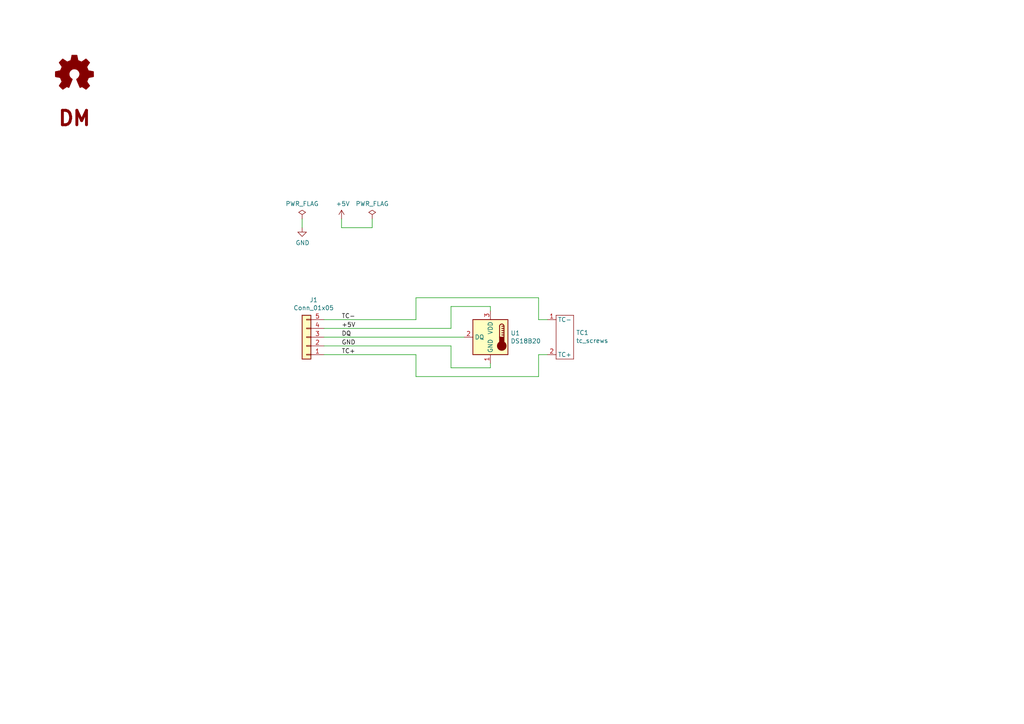
<source format=kicad_sch>
(kicad_sch (version 20231120) (generator "eeschema") (generator_version "8.0")
  (paper "A4")
  (lib_symbols
    (symbol "Connector_Generic:Conn_01x05" (pin_names hide)
      (property "Reference" "J" (at 0 7.62 0))
      (property "Value" "Conn_01x05" (at 0 -7.62 0))
      (symbol "Conn_01x05_1_1"
        (rectangle (start -1.27 -4.953) (end 0 -5.207) (stroke (width 0.1524)))
        (rectangle (start -1.27 -2.413) (end 0 -2.667) (stroke (width 0.1524)))
        (rectangle (start -1.27 0.127) (end 0 -0.127) (stroke (width 0.1524)))
        (rectangle (start -1.27 2.667) (end 0 2.413) (stroke (width 0.1524)))
        (rectangle (start -1.27 5.207) (end 0 4.953) (stroke (width 0.1524)))
        (rectangle (start -1.27 6.35) (end 1.27 -6.35) (stroke (width 0.254)) (fill (type background)))
        (pin passive line (at -5.08 5.08 0) (length 3.81) (name "Pin_1") (number "1"))
        (pin passive line (at -5.08 2.54 0) (length 3.81) (name "Pin_2") (number "2"))
        (pin passive line (at -5.08 0 0) (length 3.81) (name "Pin_3") (number "3"))
        (pin passive line (at -5.08 -2.54 0) (length 3.81) (name "Pin_4") (number "4"))
        (pin passive line (at -5.08 -5.08 0) (length 3.81) (name "Pin_5") (number "5"))
      )
    )
    (symbol "Graphic:Logo_Open_Hardware_Small"
      (symbol "Logo_Open_Hardware_Small_0_1"
        (polyline (pts (xy 3.3528 -4.3434) (xy 3.302 -4.318) (xy 3.175 -4.2418) (xy 2.9972 -4.1148) (xy 2.7686 -3.9624) (xy 2.54 -3.81) (xy 2.3622 -3.7084) (xy 2.2352 -3.6068) (xy 2.1844 -3.5814) (xy 2.159 -3.6068) (xy 2.0574 -3.6576) (xy 1.905 -3.7338) (xy 1.8034 -3.7846) (xy 1.6764 -3.8354) (xy 1.6002 -3.8354) (xy 1.6002 -3.8354) (xy 1.5494 -3.7338) (xy 1.4732 -3.5306) (xy 1.3462 -3.302) (xy 1.2446 -3.0226) (xy 1.1176 -2.7178) (xy 0.9652 -2.413) (xy 0.8636 -2.1082) (xy 0.7366 -1.8288) (xy 0.6604 -1.6256) (xy 0.6096 -1.4732) (xy 0.5842 -1.397) (xy 0.5842 -1.397) (xy 0.6604 -1.3208) (xy 0.7874 -1.2446) (xy 1.0414 -1.016) (xy 1.2954 -0.6858) (xy 1.4478 -0.3302) (xy 1.524 0.0762) (xy 1.4732 0.4572) (xy 1.3208 0.8128) (xy 1.0668 1.143) (xy 0.762 1.3716) (xy 0.4064 1.524) (xy 0 1.5748) (xy -0.381 1.5494) (xy -0.7366 1.397) (xy -1.0668 1.143) (xy -1.2192 0.9906) (xy -1.397 0.6604) (xy -1.524 0.3048) (xy -1.524 0.2286) (xy -1.4986 -0.1778) (xy -1.397 -0.5334) (xy -1.1938 -0.8636) (xy -0.9144 -1.143) (xy -0.8636 -1.1684) (xy -0.7366 -1.27) (xy -0.635 -1.3462) (xy -0.5842 -1.397) (xy -1.0668 -2.5908) (xy -1.143 -2.794) (xy -1.2954 -3.1242) (xy -1.397 -3.4036) (xy -1.4986 -3.6322) (xy -1.5748 -3.7846) (xy -1.6002 -3.8354) (xy -1.6002 -3.8354) (xy -1.651 -3.8354) (xy -1.7272 -3.81) (xy -1.905 -3.7338) (xy -2.0066 -3.683) (xy -2.1336 -3.6068) (xy -2.2098 -3.5814) (xy -2.2606 -3.6068) (xy -2.3622 -3.683) (xy -2.54 -3.81) (xy -2.7686 -3.9624) (xy -2.9718 -4.0894) (xy -3.1496 -4.2164) (xy -3.302 -4.318) (xy -3.3528 -4.3434) (xy -3.3782 -4.3434) (xy -3.429 -4.318) (xy -3.5306 -4.2164) (xy -3.7084 -4.064) (xy -3.937 -3.8354) (xy -3.9624 -3.81) (xy -4.1656 -3.6068) (xy -4.318 -3.4544) (xy -4.4196 -3.3274) (xy -4.445 -3.2766) (xy -4.445 -3.2766) (xy -4.4196 -3.2258) (xy -4.318 -3.0734) (xy -4.2164 -2.8956) (xy -4.064 -2.667) (xy -3.6576 -2.0828) (xy -3.8862 -1.5494) (xy -3.937 -1.3716) (xy -4.0386 -1.1684) (xy -4.0894 -1.0414) (xy -4.1148 -0.9652) (xy -4.191 -0.9398) (xy -4.318 -0.9144) (xy -4.5466 -0.8636) (xy -4.8006 -0.8128) (xy -5.0546 -0.7874) (xy -5.2578 -0.7366) (xy -5.4356 -0.7112) (xy -5.5118 -0.6858) (xy -5.5118 -0.6858) (xy -5.5372 -0.635) (xy -5.5372 -0.5588) (xy -5.5372 -0.4318) (xy -5.5626 -0.2286) (xy -5.5626 0.0762) (xy -5.5626 0.127) (xy -5.5372 0.4064) (xy -5.5372 0.635) (xy -5.5372 0.762) (xy -5.5372 0.8382) (xy -5.5372 0.8382) (xy -5.461 0.8382) (xy -5.3086 0.889) (xy -5.08 0.9144) (xy -4.826 0.9652) (xy -4.8006 0.9906) (xy -4.5466 1.0414) (xy -4.318 1.0668) (xy -4.1656 1.1176) (xy -4.0894 1.143) (xy -4.0894 1.143) (xy -4.0386 1.2446) (xy -3.9624 1.4224) (xy -3.8608 1.6256) (xy -3.7846 1.8288) (xy -3.7084 2.0066) (xy -3.6576 2.159) (xy -3.6322 2.2098) (xy -3.6322 2.2098) (xy -3.683 2.286) (xy -3.7592 2.413) (xy -3.8862 2.5908) (xy -4.064 2.8194) (xy -4.064 2.8448) (xy -4.2164 3.0734) (xy -4.3434 3.2512) (xy -4.4196 3.3782) (xy -4.445 3.4544) (xy -4.445 3.4544) (xy -4.3942 3.5052) (xy -4.2926 3.6322) (xy -4.1148 3.81) (xy -3.937 4.0132) (xy -3.8608 4.064) (xy -3.6576 4.2926) (xy -3.5052 4.4196) (xy -3.4036 4.4958) (xy -3.3528 4.5212) (xy -3.3528 4.5212) (xy -3.302 4.4704) (xy -3.1496 4.3688) (xy -2.9718 4.2418) (xy -2.7432 4.0894) (xy -2.7178 4.0894) (xy -2.4892 3.937) (xy -2.3114 3.81) (xy -2.1844 3.7084) (xy -2.1336 3.683) (xy -2.1082 3.683) (xy -2.032 3.7084) (xy -1.8542 3.7592) (xy -1.6764 3.8354) (xy -1.4732 3.937) (xy -1.27 4.0132) (xy -1.143 4.064) (xy -1.0668 4.1148) (xy -1.0668 4.1148) (xy -1.0414 4.191) (xy -1.016 4.3434) (xy -0.9652 4.572) (xy -0.9144 4.8514) (xy -0.889 4.9022) (xy -0.8382 5.1562) (xy -0.8128 5.3848) (xy -0.7874 5.5372) (xy -0.762 5.588) (xy -0.7112 5.6134) (xy -0.5842 5.6134) (xy -0.4064 5.6134) (xy -0.1524 5.6134) (xy 0.0762 5.6134) (xy 0.3302 5.6134) (xy 0.5334 5.6134) (xy 0.6858 5.588) (xy 0.7366 5.588) (xy 0.7366 5.588) (xy 0.762 5.5118) (xy 0.8128 5.334) (xy 0.8382 5.1054) (xy 0.9144 4.826) (xy 0.9144 4.7752) (xy 0.9652 4.5212) (xy 1.016 4.2926) (xy 1.0414 4.1402) (xy 1.0668 4.0894) (xy 1.0668 4.0894) (xy 1.1938 4.0386) (xy 1.3716 3.9624) (xy 1.5748 3.8608) (xy 2.0828 3.6576) (xy 2.7178 4.0894) (xy 2.7686 4.1402) (xy 2.9972 4.2926) (xy 3.175 4.4196) (xy 3.302 4.4958) (xy 3.3782 4.5212) (xy 3.3782 4.5212) (xy 3.429 4.4704) (xy 3.556 4.3434) (xy 3.7338 4.191) (xy 3.9116 3.9878) (xy 4.064 3.8354) (xy 4.2418 3.6576) (xy 4.3434 3.556) (xy 4.4196 3.4798) (xy 4.4196 3.429) (xy 4.4196 3.4036) (xy 4.3942 3.3274) (xy 4.2926 3.2004) (xy 4.1656 2.9972) (xy 4.0132 2.794) (xy 3.8862 2.5908) (xy 3.7592 2.3876) (xy 3.6576 2.2352) (xy 3.6322 2.159) (xy 3.6322 2.1336) (xy 3.683 2.0066) (xy 3.7592 1.8288) (xy 3.8608 1.6002) (xy 4.064 1.1176) (xy 4.3942 1.0414) (xy 4.5974 1.016) (xy 4.8768 0.9652) (xy 5.1308 0.9144) (xy 5.5372 0.8382) (xy 5.5626 -0.6604) (xy 5.4864 -0.6858) (xy 5.4356 -0.6858) (xy 5.2832 -0.7366) (xy 5.0546 -0.762) (xy 4.8006 -0.8128) (xy 4.5974 -0.8636) (xy 4.3688 -0.9144) (xy 4.2164 -0.9398) (xy 4.1402 -0.9398) (xy 4.1148 -0.9652) (xy 4.064 -1.0668) (xy 3.9878 -1.2446) (xy 3.9116 -1.4478) (xy 3.81 -1.651) (xy 3.7338 -1.8542) (xy 3.683 -2.0066) (xy 3.6576 -2.0828) (xy 3.683 -2.1336) (xy 3.7846 -2.2606) (xy 3.8862 -2.4638) (xy 4.0386 -2.667) (xy 4.191 -2.8956) (xy 4.318 -3.0734) (xy 4.3942 -3.2004) (xy 4.445 -3.2766) (xy 4.4196 -3.3274) (xy 4.3434 -3.429) (xy 4.1656 -3.5814) (xy 3.937 -3.8354) (xy 3.8862 -3.8608) (xy 3.683 -4.064) (xy 3.5306 -4.2164) (xy 3.4036 -4.318) (xy 3.3528 -4.3434)) (fill (type outline)))
      )
    )
    (symbol "Sensor_Temperature:DS18B20"
      (property "Reference" "U" (at -3.81 6.35 0))
      (property "Value" "DS18B20" (at 6.35 6.35 0))
      (symbol "DS18B20_0_1"
        (rectangle (start -5.08 5.08) (end 5.08 -5.08) (stroke (width 0.254)) (fill (type background)))
        (circle (center -3.302 -2.54) (radius 1.27) (stroke (width 0.254)) (fill (type outline)))
        (rectangle (start -2.667 -1.905) (end -3.937 0) (stroke (width 0.254)) (fill (type outline)))
        (arc (start -2.667 3.175) (mid -3.302 3.8072) (end -3.937 3.175) (stroke (width 0.254)))
        (polyline (pts (xy -3.937 0.635) (xy -3.302 0.635)) (stroke (width 0.254)))
        (polyline (pts (xy -3.937 1.27) (xy -3.302 1.27)) (stroke (width 0.254)))
        (polyline (pts (xy -3.937 1.905) (xy -3.302 1.905)) (stroke (width 0.254)))
        (polyline (pts (xy -3.937 2.54) (xy -3.302 2.54)) (stroke (width 0.254)))
        (polyline (pts (xy -3.937 3.175) (xy -3.937 0)) (stroke (width 0.254)))
        (polyline (pts (xy -3.937 3.175) (xy -3.302 3.175)) (stroke (width 0.254)))
        (polyline (pts (xy -2.667 3.175) (xy -2.667 0)) (stroke (width 0.254)))
      )
      (symbol "DS18B20_1_1"
        (pin power_in line (at 0 -7.62 90) (length 2.54) (name "GND") (number "1"))
        (pin bidirectional line (at 7.62 0 180) (length 2.54) (name "DQ") (number "2"))
        (pin power_in line (at 0 7.62 270) (length 2.54) (name "VDD") (number "3"))
      )
    )
    (symbol "dm_logo:dm_logo" (pin_numbers hide) (pin_names (offset 0) hide)
      (symbol "dm_logo_0_0"
        (text "DM" (at 0 0 0) (effects (font (size 4.191 4.191) (bold yes))))
      )
    )
    (symbol "power:+5V" (power) (pin_names (offset 0))
      (property "Value" "+5V" (at 0 3.556 0))
      (symbol "+5V_0_1"
        (polyline (pts (xy -0.762 1.27) (xy 0 2.54)))
        (polyline (pts (xy 0 0) (xy 0 2.54)))
        (polyline (pts (xy 0 2.54) (xy 0.762 1.27)))
      )
      (symbol "+5V_1_1"
        (pin power_in line (at 0 0 90) (length 0) hide (name "+5V") (number "1"))
      )
    )
    (symbol "power:GND" (power) (pin_names (offset 0))
      (property "Value" "GND" (at 0 -3.81 0))
      (symbol "GND_0_1"
        (polyline (pts (xy 0 0) (xy 0 -1.27) (xy 1.27 -1.27) (xy 0 -2.54) (xy -1.27 -1.27) (xy 0 -1.27)))
      )
      (symbol "GND_1_1"
        (pin power_in line (at 0 0 270) (length 0) hide (name "GND") (number "1"))
      )
    )
    (symbol "power:PWR_FLAG" (power) (pin_numbers hide) (pin_names (offset 0) hide)
      (property "Value" "PWR_FLAG" (at 0 3.81 0))
      (symbol "PWR_FLAG_0_0"
        (pin power_out line (at 0 0 90) (length 0) (name "pwr") (number "1"))
      )
      (symbol "PWR_FLAG_0_1"
        (polyline (pts (xy 0 0) (xy 0 1.27) (xy -1.016 1.905) (xy 0 2.54) (xy 1.016 1.905) (xy 0 1.27)))
      )
    )
    (symbol "tc_screws:tc_screws"
      (property "Reference" "TC" (at 0 -7.62 0))
      (property "Value" "tc_screws" (at 0 7.62 0))
      (symbol "tc_screws_0_1"
        (rectangle (start -2.54 -6.35) (end -2.54 6.35))
        (rectangle (start -2.54 6.35) (end 2.54 6.35))
        (rectangle (start 2.54 -6.35) (end -2.54 -6.35))
        (rectangle (start 2.54 6.35) (end 2.54 -6.35))
      )
      (symbol "tc_screws_1_1"
        (pin passive line (at -5.08 5.08 0) (length 2.54) (name "TC-") (number "1"))
        (pin passive line (at -5.08 -5.08 0) (length 2.54) (name "TC+") (number "2"))
      )
    )
  )
  (wire (pts (xy 87.63 63.5) (xy 87.63 66.04)))
  (wire (pts (xy 99.06 63.5) (xy 99.06 66.04)))
  (wire (pts (xy 93.98 100.33) (xy 130.81 100.33)))
  (wire (pts (xy 156.21 102.87) (xy 156.21 109.22)))
  (wire (pts (xy 99.06 66.04) (xy 107.95 66.04)))
  (wire (pts (xy 130.81 88.9) (xy 130.81 95.25)))
  (wire (pts (xy 156.21 92.71) (xy 156.21 86.36)))
  (wire (pts (xy 142.24 88.9) (xy 130.81 88.9)))
  (wire (pts (xy 158.75 92.71) (xy 156.21 92.71)))
  (wire (pts (xy 142.24 90.17) (xy 142.24 88.9)))
  (wire (pts (xy 142.24 106.68) (xy 142.24 105.41)))
  (wire (pts (xy 120.65 92.71) (xy 93.98 92.71)))
  (wire (pts (xy 130.81 100.33) (xy 130.81 106.68)))
  (wire (pts (xy 120.65 102.87) (xy 93.98 102.87)))
  (wire (pts (xy 156.21 109.22) (xy 120.65 109.22)))
  (wire (pts (xy 107.95 66.04) (xy 107.95 63.5)))
  (wire (pts (xy 130.81 95.25) (xy 93.98 95.25)))
  (wire (pts (xy 156.21 86.36) (xy 120.65 86.36)))
  (wire (pts (xy 120.65 86.36) (xy 120.65 92.71)))
  (wire (pts (xy 158.75 102.87) (xy 156.21 102.87)))
  (wire (pts (xy 130.81 106.68) (xy 142.24 106.68)))
  (wire (pts (xy 120.65 109.22) (xy 120.65 102.87)))
  (wire (pts (xy 134.62 97.79) (xy 93.98 97.79)))
  (label "GND" (at 99.06 100.33 0))
  (label "TC-" (at 99.06 92.71 0))
  (label "TC+" (at 99.06 102.87 0))
  (label "+5V" (at 99.06 95.25 0))
  (label "DQ" (at 99.06 97.79 0))
  (symbol (lib_id "Sensor_Temperature:DS18B20") (at 142.24 97.79 0) (mirror y) (unit 1)
    (property "Reference" "U1" (at 148.082 96.6216 0) (effects (justify right)))
    (property "Value" "DS18B20" (at 148.082 98.933 0) (effects (justify right)))
    (property "Footprint" "Package_TO_SOT_THT:TO-92_W4.0mm_StaggerEven_Horizontal_FlatSideDown" (effects (hide yes)))
    (property "Datasheet" "http://datasheets.maximintegrated.com/en/ds/DS18B20.pdf" (effects (hide yes)))
  )
  (symbol (lib_id "Connector_Generic:Conn_01x05") (at 88.9 97.79 180) (unit 1)
    (property "Reference" "J1" (at 90.9828 86.995 0))
    (property "Value" "Conn_01x05" (at 90.9828 89.3064 0))
    (property "Footprint" "Connector_PinSocket_2.54mm:PinSocket_1x05_P2.54mm_Vertical" (effects (hide yes)))
  )
  (symbol (lib_id "tc_screws:tc_screws") (at 163.83 97.79 0) (unit 1)
    (property "Reference" "TC1" (at 167.0812 96.4946 0) (effects (justify left)))
    (property "Value" "tc_screws" (at 167.0812 98.806 0) (effects (justify left)))
    (property "Footprint" "tc_screws:tc_screws" (effects (hide yes)))
  )
  (symbol (lib_id "power:+5V") (at 99.06 63.5 0) (unit 1)
    (property "Reference" "#PWR0101" (effects (hide yes)))
    (property "Value" "+5V" (at 99.441 59.1058 0))
  )
  (symbol (lib_id "power:PWR_FLAG") (at 107.95 63.5 0) (unit 1)
    (property "Reference" "#FLG0101" (effects (hide yes)))
    (property "Value" "PWR_FLAG" (at 107.95 59.1058 0))
  )
  (symbol (lib_id "power:GND") (at 87.63 66.04 0) (unit 1)
    (property "Reference" "#PWR0102" (effects (hide yes)))
    (property "Value" "GND" (at 87.757 70.4342 0))
  )
  (symbol (lib_id "power:PWR_FLAG") (at 87.63 63.5 0) (unit 1)
    (property "Reference" "#FLG0102" (effects (hide yes)))
    (property "Value" "PWR_FLAG" (at 87.63 59.1058 0))
  )
  (symbol (lib_id "dm_logo:dm_logo") (at 21.59 34.29 0) (unit 1)
    (property "Reference" "SYM1" (effects (hide yes)))
    (property "Value" "dm_logo" (effects (hide yes)))
    (property "Footprint" "dm_logo:dm_logo" (effects (hide yes)))
  )
  (symbol (lib_id "Graphic:Logo_Open_Hardware_Small") (at 21.59 21.59 0) (unit 1)
    (property "Reference" "LOGO1" (effects (hide yes)))
    (property "Value" "Logo_Open_Hardware_Small" (effects (hide yes)))
    (property "Footprint" "Symbol:OSHW-Symbol_6.7x6mm_SilkScreen" (effects (hide yes)))
  )
)
</source>
